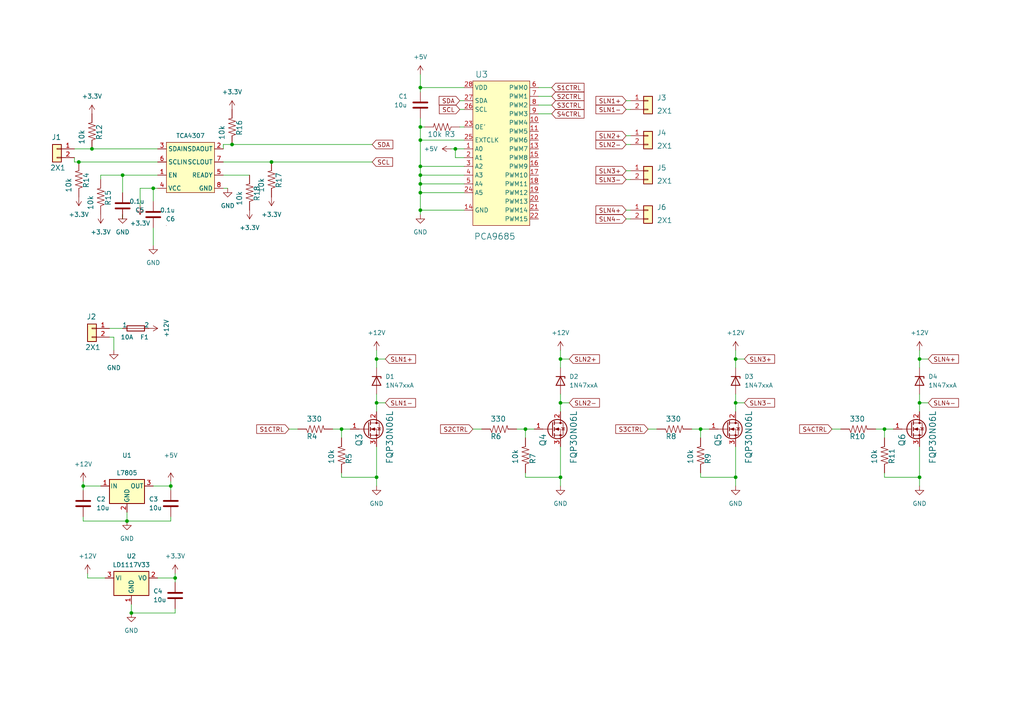
<source format=kicad_sch>
(kicad_sch (version 20250114) (generator "eeschema") (generator_version "9.0")
  (paper "A4")
  (lib_symbols
    (symbol "Connector_Generic:Conn_01x02" (pin_names (offset 1.016) (hide yes))
      (property "Reference" "J" (at 0 2.54 0))
      (property "Value" "Conn_01x02" (at 0 -5.08 0))
      (symbol "Conn_01x02_1_1"
        (rectangle (start -1.27 1.27) (end 1.27 -3.81) (stroke (width 0.254)) (fill (type background)))
        (rectangle (start -1.27 0.127) (end 0 -0.127) (stroke (width 0.1524)))
        (rectangle (start -1.27 -2.413) (end 0 -2.667) (stroke (width 0.1524)))
        (pin passive line (at -5.08 0 0) (length 3.81) (name "Pin_1") (number "1"))
        (pin passive line (at -5.08 -2.54 0) (length 3.81) (name "Pin_2") (number "2"))
      )
    )
    (symbol "Device:C" (pin_numbers (hide yes)) (pin_names (offset 0.254))
      (property "Reference" "C" (at 0.635 2.54 0))
      (property "Value" "C" (at 0.635 -2.54 0))
      (symbol "C_0_1"
        (polyline (pts (xy -2.032 0.762) (xy 2.032 0.762)) (stroke (width 0.508)))
        (polyline (pts (xy -2.032 -0.762) (xy 2.032 -0.762)) (stroke (width 0.508)))
      )
      (symbol "C_1_1"
        (pin passive line (at 0 3.81 270) (length 2.794) (name "~") (number "1"))
        (pin passive line (at 0 -3.81 90) (length 2.794) (name "~") (number "2"))
      )
    )
    (symbol "Device:Fuse" (pin_numbers (hide yes)) (pin_names (offset 0))
      (property "Reference" "F1" (at 2.54 2.54 90))
      (property "Value" "10A" (at 2.54 -2.54 90))
      (symbol "Fuse_0_1"
        (rectangle (start -0.762 -2.54) (end 0.762 2.54) (stroke (width 0.254)))
        (polyline (pts (xy 0 2.54) (xy 0 -2.54)))
      )
      (symbol "Fuse_1_1"
        (pin output line (at 0 3.81 270) (length 1.27) (name "2") (number "2"))
        (pin input line (at 0 -3.81 90) (length 1.27) (name "1") (number "1"))
      )
    )
    (symbol "Diode:1N47xxA" (pin_numbers (hide yes)) (pin_names (hide yes))
      (property "Reference" "D" (at 0 2.54 0))
      (property "Value" "1N47xxA" (at 0 -2.54 0))
      (symbol "1N47xxA_0_1"
        (polyline (pts (xy -1.27 -1.27) (xy -1.27 1.27) (xy -0.762 1.27)) (stroke (width 0.254)))
        (polyline (pts (xy 1.27 0) (xy -1.27 0)))
        (polyline (pts (xy 1.27 -1.27) (xy 1.27 1.27) (xy -1.27 0) (xy 1.27 -1.27)) (stroke (width 0.254)))
      )
      (symbol "1N47xxA_1_1"
        (pin passive line (at -3.81 0 0) (length 2.54) (name "K") (number "1"))
        (pin passive line (at 3.81 0 180) (length 2.54) (name "A") (number "2"))
      )
    )
    (symbol "New_Library:PCA9685"
      (property "Reference" "I2C_PWM_DRIVER1" (at 12.7 1.905 0))
      (property "Value" "PCA9685" (at 7.62 -46.355 0))
      (symbol "PCA9685_0_1"
        (rectangle (start 1.27 -1.27) (end 1.27 -1.27))
        (rectangle (start 1.27 -24.13) (end 1.27 -24.13))
      )
      (symbol "PCA9685_1_1"
        (rectangle (start 1.27 -1.27) (end 17.78 -43.18) (fill (type background)))
        (pin input line (at -1.27 -3.175 0) (length 2.54) (name "VDD") (number "28"))
        (pin input line (at -1.27 -6.985 0) (length 2.54) (name "SDA") (number "27"))
        (pin input line (at -1.27 -9.525 0) (length 2.54) (name "SCL") (number "26"))
        (pin input line (at -1.27 -14.605 0) (length 2.54) (name "OE'") (number "23"))
        (pin input line (at -1.27 -18.415 0) (length 2.54) (name "EXTCLK") (number "25"))
        (pin input line (at -1.27 -20.955 0) (length 2.54) (name "A0") (number "1"))
        (pin input line (at -1.27 -23.495 0) (length 2.54) (name "A1") (number "2"))
        (pin input line (at -1.27 -26.035 0) (length 2.54) (name "A2") (number "3"))
        (pin input line (at -1.27 -28.575 0) (length 2.54) (name "A3") (number "4"))
        (pin input line (at -1.27 -31.115 0) (length 2.54) (name "A4") (number "5"))
        (pin input line (at -1.27 -33.655 0) (length 2.54) (name "A5") (number "24"))
        (pin input line (at -1.27 -38.735 0) (length 2.54) (name "GND") (number "14"))
        (pin input line (at 20.32 -3.175 180) (length 2.54) (name "PWM0") (number "6"))
        (pin input line (at 20.32 -5.715 180) (length 2.54) (name "PWM1") (number "7"))
        (pin output line (at 20.32 -8.255 180) (length 2.54) (name "PWM2") (number "8"))
        (pin output line (at 20.32 -10.795 180) (length 2.54) (name "PWM3") (number "9"))
        (pin input line (at 20.32 -13.335 180) (length 2.54) (name "PWM4") (number "10"))
        (pin input line (at 20.32 -15.875 180) (length 2.54) (name "PWM5") (number "11"))
        (pin input line (at 20.32 -18.415 180) (length 2.54) (name "PWM6") (number "12"))
        (pin input line (at 20.32 -20.955 180) (length 2.54) (name "PWM7") (number "13"))
        (pin input line (at 20.32 -23.495 180) (length 2.54) (name "PWM8") (number "15"))
        (pin input line (at 20.32 -26.035 180) (length 2.54) (name "PWM9") (number "16"))
        (pin input line (at 20.32 -28.575 180) (length 2.54) (name "PWM10") (number "17"))
        (pin input line (at 20.32 -31.115 180) (length 2.54) (name "PWM11") (number "18"))
        (pin input line (at 20.32 -33.655 180) (length 2.54) (name "PWM12") (number "19"))
        (pin input line (at 20.32 -36.195 180) (length 2.54) (name "PWM13") (number "20"))
        (pin input line (at 20.32 -38.735 180) (length 2.54) (name "PWM14") (number "21"))
        (pin input line (at 20.32 -41.275 180) (length 2.54) (name "PWM15") (number "22"))
      )
    )
    (symbol "PowerboardRev5-eagle-import:R-US_R0805" (pin_names (offset 1.016))
      (property "Reference" "R" (at -3.81 1.4986 0))
      (property "Value" "R-US_R0805" (at -3.81 -3.302 0))
      (symbol "R-US_R0805_1_0"
        (polyline (pts (xy -2.54 0) (xy -2.159 1.016)))
        (polyline (pts (xy -2.159 1.016) (xy -1.524 -1.016)))
        (polyline (pts (xy -1.524 -1.016) (xy -0.889 1.016)))
        (polyline (pts (xy -0.889 1.016) (xy -0.254 -1.016)))
        (polyline (pts (xy -0.254 -1.016) (xy 0.381 1.016)))
        (polyline (pts (xy 0.381 1.016) (xy 1.016 -1.016)))
        (polyline (pts (xy 1.016 -1.016) (xy 1.651 1.016)))
        (polyline (pts (xy 1.651 1.016) (xy 2.286 -1.016)))
        (polyline (pts (xy 2.286 -1.016) (xy 2.54 0)))
        (pin passive line (at -5.08 0 0) (length 2.54) (name "1") (number "1"))
        (pin passive line (at 5.08 0 180) (length 2.54) (name "2") (number "2"))
      )
    )
    (symbol "Regulator_Linear:L7805" (pin_names (offset 0.254))
      (property "Reference" "U" (at -3.81 3.175 0))
      (property "Value" "L7805" (at 0 3.175 0))
      (symbol "L7805_0_1"
        (rectangle (start -5.08 1.905) (end 5.08 -5.08) (stroke (width 0.254)) (fill (type background)))
      )
      (symbol "L7805_1_1"
        (pin power_in line (at -7.62 0 0) (length 2.54) (name "IN") (number "1"))
        (pin power_in line (at 0 -7.62 90) (length 2.54) (name "GND") (number "2"))
        (pin power_out line (at 7.62 0 180) (length 2.54) (name "OUT") (number "3"))
      )
    )
    (symbol "Regulator_Linear:LD1117S33TR_SOT223"
      (property "Reference" "U" (at -3.81 3.175 0))
      (property "Value" "LD1117S33TR_SOT223" (at 0 3.175 0))
      (symbol "LD1117S33TR_SOT223_0_1"
        (rectangle (start -5.08 -5.08) (end 5.08 1.905) (stroke (width 0.254)) (fill (type background)))
      )
      (symbol "LD1117S33TR_SOT223_1_1"
        (pin power_in line (at -7.62 0 0) (length 2.54) (name "VI") (number "3"))
        (pin power_in line (at 0 -7.62 90) (length 2.54) (name "GND") (number "1"))
        (pin power_out line (at 7.62 0 180) (length 2.54) (name "VO") (number "2"))
      )
    )
    (symbol "T_1_1"
      (symbol "T_1_1_0_1"
        (rectangle (start -10.16 3.175) (end -10.16 3.175))
        (rectangle (start -10.16 -19.685) (end -10.16 -19.685))
      )
      (symbol "T_1_1_1_1"
        (rectangle (start -10.16 4.445) (end 3.81 -10.16) (fill (type background)))
        (pin input line (at -12.7 2.54 0) (length 2.54) (name "SDAIN") (number "3"))
        (pin input line (at -12.7 -1.27 0) (length 2.54) (name "SCLIN") (number "6"))
        (pin input line (at -12.7 -5.08 0) (length 2.54) (name "EN") (number "1"))
        (pin input line (at -12.7 -8.89 0) (length 2.54) (name "VCC") (number "4"))
        (pin input line (at 6.35 2.54 180) (length 2.54) (name "SDAOUT") (number "2"))
        (pin input line (at 6.35 -1.27 180) (length 2.54) (name "SCLOUT") (number "7"))
        (pin input line (at 6.35 -5.08 180) (length 2.54) (name "READY") (number "5"))
        (pin input line (at 6.35 -8.89 180) (length 2.54) (name "GND") (number "8"))
      )
    )
    (symbol "Transistor_FET:IRLZ34N" (pin_names (hide yes))
      (property "Reference" "Q" (at 6.35 1.905 0))
      (property "Value" "IRLZ34N" (at 6.35 0 0))
      (symbol "IRLZ34N_0_1"
        (polyline (pts (xy 0.254 1.905) (xy 0.254 -1.905)) (stroke (width 0.254)))
        (polyline (pts (xy 0.254 0) (xy -2.54 0)))
        (polyline (pts (xy 0.762 2.286) (xy 0.762 1.27)) (stroke (width 0.254)))
        (polyline (pts (xy 0.762 0.508) (xy 0.762 -0.508)) (stroke (width 0.254)))
        (polyline (pts (xy 0.762 -1.27) (xy 0.762 -2.286)) (stroke (width 0.254)))
        (polyline (pts (xy 0.762 -1.778) (xy 3.302 -1.778) (xy 3.302 1.778) (xy 0.762 1.778)))
        (polyline (pts (xy 1.016 0) (xy 2.032 0.381) (xy 2.032 -0.381) (xy 1.016 0)) (fill (type outline)))
        (circle (center 1.651 0) (radius 2.794) (stroke (width 0.254)))
        (polyline (pts (xy 2.54 2.54) (xy 2.54 1.778)))
        (circle (center 2.54 1.778) (radius 0.254) (fill (type outline)))
        (circle (center 2.54 -1.778) (radius 0.254) (fill (type outline)))
        (polyline (pts (xy 2.54 -2.54) (xy 2.54 0) (xy 0.762 0)))
        (polyline (pts (xy 2.794 0.508) (xy 2.921 0.381) (xy 3.683 0.381) (xy 3.81 0.254)))
        (polyline (pts (xy 3.302 0.381) (xy 2.921 -0.254) (xy 3.683 -0.254) (xy 3.302 0.381)))
      )
      (symbol "IRLZ34N_1_1"
        (pin input line (at -5.08 0 0) (length 2.54) (name "G") (number "1"))
        (pin passive line (at 2.54 5.08 270) (length 2.54) (name "D") (number "2"))
        (pin passive line (at 2.54 -5.08 90) (length 2.54) (name "S") (number "3"))
      )
    )
    (symbol "power:+12V" (power) (pin_names (offset 0))
      (property "Value" "+12V" (at 0 3.556 0))
      (symbol "+12V_0_1"
        (polyline (pts (xy -0.762 1.27) (xy 0 2.54)))
        (polyline (pts (xy 0 2.54) (xy 0.762 1.27)))
        (polyline (pts (xy 0 0) (xy 0 2.54)))
      )
      (symbol "+12V_1_1"
        (pin power_in line (at 0 0 90) (length 0) (hide yes) (name "+12V") (number "1"))
      )
    )
    (symbol "power:+3.3V" (power) (pin_names (offset 0))
      (property "Value" "+3.3V" (at 0 3.556 0))
      (symbol "+3.3V_0_1"
        (polyline (pts (xy -0.762 1.27) (xy 0 2.54)))
        (polyline (pts (xy 0 2.54) (xy 0.762 1.27)))
        (polyline (pts (xy 0 0) (xy 0 2.54)))
      )
      (symbol "+3.3V_1_1"
        (pin power_in line (at 0 0 90) (length 0) (hide yes) (name "+3.3V") (number "1"))
      )
    )
    (symbol "power:+5V" (power) (pin_names (offset 0))
      (property "Value" "+5V" (at 0 3.556 0))
      (symbol "+5V_0_1"
        (polyline (pts (xy -0.762 1.27) (xy 0 2.54)))
        (polyline (pts (xy 0 2.54) (xy 0.762 1.27)))
        (polyline (pts (xy 0 0) (xy 0 2.54)))
      )
      (symbol "+5V_1_1"
        (pin power_in line (at 0 0 90) (length 0) (hide yes) (name "+5V") (number "1"))
      )
    )
    (symbol "power:GND" (power) (pin_names (offset 0))
      (property "Value" "GND" (at 0 -3.81 0))
      (symbol "GND_0_1"
        (polyline (pts (xy 0 0) (xy 0 -1.27) (xy 1.27 -1.27) (xy 0 -2.54) (xy -1.27 -1.27) (xy 0 -1.27)))
      )
      (symbol "GND_1_1"
        (pin power_in line (at 0 0 270) (length 0) (hide yes) (name "GND") (number "1"))
      )
    )
  )
  (junction (at 121.92 50.8))
  (junction (at 99.06 124.46))
  (junction (at 213.36 138.43))
  (junction (at 38.1 177.8))
  (junction (at 162.56 104.14))
  (junction (at 162.56 116.84))
  (junction (at 50.8 167.64))
  (junction (at 203.2 124.46))
  (junction (at 22.86 46.99))
  (junction (at 121.92 60.96))
  (junction (at 152.4 124.46))
  (junction (at 24.13 140.97))
  (junction (at 213.36 104.14))
  (junction (at 266.7 116.84))
  (junction (at 109.22 138.43))
  (junction (at 121.92 48.26))
  (junction (at 121.92 55.88))
  (junction (at 67.31 41.91))
  (junction (at 35.56 50.8))
  (junction (at 109.22 104.14))
  (junction (at 132.08 43.18))
  (junction (at 266.7 138.43))
  (junction (at 109.22 116.84))
  (junction (at 78.74 46.99))
  (junction (at 121.92 25.4))
  (junction (at 266.7 104.14))
  (junction (at 121.92 53.34))
  (junction (at 49.53 140.97))
  (junction (at 256.54 124.46))
  (junction (at 44.45 54.61))
  (junction (at 121.92 36.83))
  (junction (at 26.67 43.18))
  (junction (at 213.36 116.84))
  (junction (at 162.56 138.43))
  (junction (at 121.92 40.64))
  (junction (at 36.83 151.13))
  (wire (pts (xy 133.35 29.21) (xy 134.62 29.21)))
  (wire (pts (xy 181.61 63.5) (xy 182.88 63.5)))
  (wire (pts (xy 266.7 138.43) (xy 266.7 140.97)))
  (wire (pts (xy 40.64 54.61) (xy 44.45 54.61)))
  (wire (pts (xy 109.22 114.3) (xy 109.22 116.84)))
  (wire (pts (xy 24.13 151.13) (xy 24.13 149.86)))
  (wire (pts (xy 162.56 104.14) (xy 165.1 104.14)))
  (wire (pts (xy 109.22 116.84) (xy 109.22 119.38)))
  (wire (pts (xy 152.4 124.46) (xy 154.94 124.46)))
  (wire (pts (xy 162.56 104.14) (xy 162.56 106.68)))
  (wire (pts (xy 213.36 116.84) (xy 213.36 119.38)))
  (wire (pts (xy 256.54 124.46) (xy 256.54 127)))
  (wire (pts (xy 64.77 46.99) (xy 78.74 46.99)))
  (wire (pts (xy 256.54 124.46) (xy 259.08 124.46)))
  (wire (pts (xy 24.13 140.97) (xy 29.21 140.97)))
  (wire (pts (xy 99.06 124.46) (xy 101.6 124.46)))
  (wire (pts (xy 181.61 49.53) (xy 182.88 49.53)))
  (wire (pts (xy 121.92 21.59) (xy 121.92 25.4)))
  (wire (pts (xy 22.86 46.99) (xy 21.59 46.99)))
  (wire (pts (xy 49.53 139.7) (xy 49.53 140.97)))
  (wire (pts (xy 162.56 114.3) (xy 162.56 116.84)))
  (wire (pts (xy 187.96 124.46) (xy 190.5 124.46)))
  (wire (pts (xy 31.75 97.79) (xy 33.02 97.79)))
  (wire (pts (xy 35.56 50.8) (xy 35.56 55.88)))
  (wire (pts (xy 132.08 45.72) (xy 132.08 43.18)))
  (wire (pts (xy 83.82 124.46) (xy 86.36 124.46)))
  (wire (pts (xy 241.3 124.46) (xy 243.84 124.46)))
  (wire (pts (xy 203.2 124.46) (xy 203.2 127)))
  (wire (pts (xy 152.4 138.43) (xy 162.56 138.43)))
  (wire (pts (xy 123.19 36.83) (xy 121.92 36.83)))
  (wire (pts (xy 96.52 124.46) (xy 99.06 124.46)))
  (wire (pts (xy 213.36 104.14) (xy 215.9 104.14)))
  (wire (pts (xy 29.21 50.8) (xy 29.21 52.07)))
  (wire (pts (xy 256.54 137.16) (xy 256.54 138.43)))
  (wire (pts (xy 213.36 138.43) (xy 213.36 129.54)))
  (wire (pts (xy 203.2 137.16) (xy 203.2 138.43)))
  (wire (pts (xy 181.61 60.96) (xy 182.88 60.96)))
  (wire (pts (xy 50.8 166.37) (xy 50.8 167.64)))
  (wire (pts (xy 78.74 46.99) (xy 107.95 46.99)))
  (wire (pts (xy 40.64 59.69) (xy 40.64 54.61)))
  (wire (pts (xy 121.92 53.34) (xy 134.62 53.34)))
  (wire (pts (xy 266.7 116.84) (xy 266.7 119.38)))
  (wire (pts (xy 121.92 53.34) (xy 121.92 55.88)))
  (wire (pts (xy 256.54 138.43) (xy 266.7 138.43)))
  (wire (pts (xy 133.35 31.75) (xy 134.62 31.75)))
  (wire (pts (xy 121.92 40.64) (xy 134.62 40.64)))
  (wire (pts (xy 213.36 116.84) (xy 215.9 116.84)))
  (wire (pts (xy 45.72 50.8) (xy 35.56 50.8)))
  (wire (pts (xy 162.56 138.43) (xy 162.56 140.97)))
  (wire (pts (xy 121.92 50.8) (xy 121.92 53.34)))
  (wire (pts (xy 121.92 40.64) (xy 121.92 48.26)))
  (wire (pts (xy 213.36 104.14) (xy 213.36 106.68)))
  (wire (pts (xy 181.61 39.37) (xy 182.88 39.37)))
  (wire (pts (xy 132.08 43.18) (xy 134.62 43.18)))
  (wire (pts (xy 152.4 137.16) (xy 152.4 138.43)))
  (wire (pts (xy 26.67 43.18) (xy 21.59 43.18)))
  (wire (pts (xy 121.92 55.88) (xy 134.62 55.88)))
  (wire (pts (xy 156.21 33.02) (xy 160.02 33.02)))
  (wire (pts (xy 50.8 167.64) (xy 50.8 168.91)))
  (wire (pts (xy 44.45 140.97) (xy 49.53 140.97)))
  (wire (pts (xy 49.53 140.97) (xy 49.53 142.24)))
  (wire (pts (xy 121.92 48.26) (xy 134.62 48.26)))
  (wire (pts (xy 33.02 97.79) (xy 33.02 101.6)))
  (wire (pts (xy 200.66 124.46) (xy 203.2 124.46)))
  (wire (pts (xy 109.22 104.14) (xy 111.76 104.14)))
  (wire (pts (xy 64.77 41.91) (xy 67.31 41.91)))
  (wire (pts (xy 109.22 101.6) (xy 109.22 104.14)))
  (wire (pts (xy 162.56 116.84) (xy 162.56 119.38)))
  (wire (pts (xy 45.72 46.99) (xy 22.86 46.99)))
  (wire (pts (xy 45.72 43.18) (xy 26.67 43.18)))
  (wire (pts (xy 134.62 50.8) (xy 121.92 50.8)))
  (wire (pts (xy 44.45 54.61) (xy 45.72 54.61)))
  (wire (pts (xy 134.62 45.72) (xy 132.08 45.72)))
  (wire (pts (xy 36.83 148.59) (xy 36.83 151.13)))
  (wire (pts (xy 35.56 95.25) (xy 31.75 95.25)))
  (wire (pts (xy 109.22 116.84) (xy 111.76 116.84)))
  (wire (pts (xy 266.7 114.3) (xy 266.7 116.84)))
  (wire (pts (xy 99.06 124.46) (xy 99.06 127)))
  (wire (pts (xy 64.77 50.8) (xy 72.39 50.8)))
  (wire (pts (xy 213.36 101.6) (xy 213.36 104.14)))
  (wire (pts (xy 133.35 36.83) (xy 134.62 36.83)))
  (wire (pts (xy 181.61 31.75) (xy 182.88 31.75)))
  (wire (pts (xy 203.2 124.46) (xy 205.74 124.46)))
  (wire (pts (xy 64.77 41.91) (xy 64.77 43.18)))
  (wire (pts (xy 35.56 63.5) (xy 35.56 62.23)))
  (wire (pts (xy 64.77 54.61) (xy 66.04 54.61)))
  (wire (pts (xy 156.21 30.48) (xy 160.02 30.48)))
  (wire (pts (xy 162.56 101.6) (xy 162.56 104.14)))
  (wire (pts (xy 67.31 41.91) (xy 107.95 41.91)))
  (wire (pts (xy 254 124.46) (xy 256.54 124.46)))
  (wire (pts (xy 109.22 138.43) (xy 109.22 129.54)))
  (wire (pts (xy 266.7 104.14) (xy 266.7 106.68)))
  (wire (pts (xy 213.36 138.43) (xy 213.36 140.97)))
  (wire (pts (xy 49.53 151.13) (xy 49.53 149.86)))
  (wire (pts (xy 266.7 138.43) (xy 266.7 129.54)))
  (wire (pts (xy 181.61 41.91) (xy 182.88 41.91)))
  (wire (pts (xy 266.7 101.6) (xy 266.7 104.14)))
  (wire (pts (xy 38.1 177.8) (xy 50.8 177.8)))
  (wire (pts (xy 24.13 142.24) (xy 24.13 140.97)))
  (wire (pts (xy 181.61 52.07) (xy 182.88 52.07)))
  (wire (pts (xy 121.92 48.26) (xy 121.92 50.8)))
  (wire (pts (xy 203.2 138.43) (xy 213.36 138.43)))
  (wire (pts (xy 44.45 71.12) (xy 44.45 66.04)))
  (wire (pts (xy 50.8 177.8) (xy 50.8 176.53)))
  (wire (pts (xy 121.92 60.96) (xy 134.62 60.96)))
  (wire (pts (xy 266.7 104.14) (xy 269.24 104.14)))
  (wire (pts (xy 181.61 29.21) (xy 182.88 29.21)))
  (wire (pts (xy 35.56 50.8) (xy 29.21 50.8)))
  (wire (pts (xy 162.56 138.43) (xy 162.56 129.54)))
  (wire (pts (xy 156.21 27.94) (xy 160.02 27.94)))
  (wire (pts (xy 266.7 116.84) (xy 269.24 116.84)))
  (wire (pts (xy 121.92 26.67) (xy 121.92 25.4)))
  (wire (pts (xy 44.45 58.42) (xy 44.45 54.61)))
  (wire (pts (xy 24.13 151.13) (xy 36.83 151.13)))
  (wire (pts (xy 25.4 166.37) (xy 25.4 167.64)))
  (wire (pts (xy 137.16 124.46) (xy 139.7 124.46)))
  (wire (pts (xy 99.06 138.43) (xy 109.22 138.43)))
  (wire (pts (xy 45.72 167.64) (xy 50.8 167.64)))
  (wire (pts (xy 38.1 175.26) (xy 38.1 177.8)))
  (wire (pts (xy 25.4 167.64) (xy 30.48 167.64)))
  (wire (pts (xy 121.92 25.4) (xy 134.62 25.4)))
  (wire (pts (xy 121.92 60.96) (xy 121.92 62.23)))
  (wire (pts (xy 24.13 139.7) (xy 24.13 140.97)))
  (wire (pts (xy 149.86 124.46) (xy 152.4 124.46)))
  (wire (pts (xy 156.21 25.4) (xy 160.02 25.4)))
  (wire (pts (xy 130.81 43.18) (xy 132.08 43.18)))
  (wire (pts (xy 99.06 137.16) (xy 99.06 138.43)))
  (wire (pts (xy 121.92 55.88) (xy 121.92 60.96)))
  (wire (pts (xy 109.22 104.14) (xy 109.22 106.68)))
  (wire (pts (xy 109.22 138.43) (xy 109.22 140.97)))
  (wire (pts (xy 152.4 124.46) (xy 152.4 127)))
  (wire (pts (xy 121.92 34.29) (xy 121.92 36.83)))
  (wire (pts (xy 162.56 116.84) (xy 165.1 116.84)))
  (wire (pts (xy 36.83 151.13) (xy 49.53 151.13)))
  (wire (pts (xy 21.59 46.99) (xy 21.59 45.72)))
  (wire (pts (xy 121.92 36.83) (xy 121.92 40.64)))
  (wire (pts (xy 213.36 114.3) (xy 213.36 116.84)))
  (global_label "SLN4+" (shape input) (at 181.61 60.96 180) (property "Intersheetrefs" "${INTERSHEET_REFS}" (effects (hide yes))))
  (global_label "S3CTRL" (shape input) (at 187.96 124.46 180) (property "Intersheetrefs" "${INTERSHEET_REFS}" (effects (hide yes))))
  (global_label "S2CTRL" (shape input) (at 137.16 124.46 180) (property "Intersheetrefs" "${INTERSHEET_REFS}" (effects (hide yes))))
  (global_label "SDA" (shape input) (at 133.35 29.21 180) (property "Intersheetrefs" "${INTERSHEET_REFS}" (effects (hide yes))))
  (global_label "SLN1-" (shape input) (at 181.61 31.75 180) (property "Intersheetrefs" "${INTERSHEET_REFS}" (effects (hide yes))))
  (global_label "S4CTRL" (shape input) (at 241.3 124.46 180) (property "Intersheetrefs" "${INTERSHEET_REFS}" (effects (hide yes))))
  (global_label "SCL" (shape input) (at 133.35 31.75 180) (property "Intersheetrefs" "${INTERSHEET_REFS}" (effects (hide yes))))
  (global_label "SDA" (shape input) (at 107.95 41.91 0) (property "Intersheetrefs" "${INTERSHEET_REFS}" (effects (hide yes))))
  (global_label "SCL" (shape input) (at 107.95 46.99 0) (property "Intersheetrefs" "${INTERSHEET_REFS}" (effects (hide yes))))
  (global_label "SLN1+" (shape input) (at 181.61 29.21 180) (property "Intersheetrefs" "${INTERSHEET_REFS}" (effects (hide yes))))
  (global_label "SLN2-" (shape input) (at 165.1 116.84 0) (property "Intersheetrefs" "${INTERSHEET_REFS}" (effects (hide yes))))
  (global_label "SLN4-" (shape input) (at 181.61 63.5 180) (property "Intersheetrefs" "${INTERSHEET_REFS}" (effects (hide yes))))
  (global_label "SLN3+" (shape input) (at 215.9 104.14 0) (property "Intersheetrefs" "${INTERSHEET_REFS}" (effects (hide yes))))
  (global_label "SLN3+" (shape input) (at 181.61 49.53 180) (property "Intersheetrefs" "${INTERSHEET_REFS}" (effects (hide yes))))
  (global_label "S4CTRL" (shape input) (at 160.02 33.02 0) (property "Intersheetrefs" "${INTERSHEET_REFS}" (effects (hide yes))))
  (global_label "SLN2+" (shape input) (at 181.61 39.37 180) (property "Intersheetrefs" "${INTERSHEET_REFS}" (effects (hide yes))))
  (global_label "S1CTRL" (shape input) (at 160.02 25.4 0) (property "Intersheetrefs" "${INTERSHEET_REFS}" (effects (hide yes))))
  (global_label "SLN3-" (shape input) (at 215.9 116.84 0) (property "Intersheetrefs" "${INTERSHEET_REFS}" (effects (hide yes))))
  (global_label "SLN1-" (shape input) (at 111.76 116.84 0) (property "Intersheetrefs" "${INTERSHEET_REFS}" (effects (hide yes))))
  (global_label "SLN3-" (shape input) (at 181.61 52.07 180) (property "Intersheetrefs" "${INTERSHEET_REFS}" (effects (hide yes))))
  (global_label "SLN2+" (shape input) (at 165.1 104.14 0) (property "Intersheetrefs" "${INTERSHEET_REFS}" (effects (hide yes))))
  (global_label "S1CTRL" (shape input) (at 83.82 124.46 180) (property "Intersheetrefs" "${INTERSHEET_REFS}" (effects (hide yes))))
  (global_label "SLN4+" (shape input) (at 269.24 104.14 0) (property "Intersheetrefs" "${INTERSHEET_REFS}" (effects (hide yes))))
  (global_label "S3CTRL" (shape input) (at 160.02 30.48 0) (property "Intersheetrefs" "${INTERSHEET_REFS}" (effects (hide yes))))
  (global_label "SLN1+" (shape input) (at 111.76 104.14 0) (property "Intersheetrefs" "${INTERSHEET_REFS}" (effects (hide yes))))
  (global_label "S2CTRL" (shape input) (at 160.02 27.94 0) (property "Intersheetrefs" "${INTERSHEET_REFS}" (effects (hide yes))))
  (global_label "SLN4-" (shape input) (at 269.24 116.84 0) (property "Intersheetrefs" "${INTERSHEET_REFS}" (effects (hide yes))))
  (global_label "SLN2-" (shape input) (at 181.61 41.91 180) (property "Intersheetrefs" "${INTERSHEET_REFS}" (effects (hide yes))))
  (symbol (lib_id "power:+3.3V") (at 67.31 31.75 0) (unit 1)
    (property "Reference" "#PWR031" (effects (hide yes)))
    (property "Value" "+3.3V" (at 67.31 26.67 0))
  )
  (symbol (lib_id "Device:C") (at 50.8 172.72 0) (unit 1)
    (property "Reference" "C4" (at 44.45 171.45 0) (effects (justify left)))
    (property "Value" "10u" (at 44.45 173.99 0) (effects (justify left)))
    (property "Footprint" "Capacitor_THT:CP_Radial_D5.0mm_P2.00mm" (effects (hide yes)))
  )
  (symbol (lib_id "Transistor_FET:IRLZ34N") (at 210.82 124.46 0) (unit 1)
    (property "Reference" "Q5" (at 208.28 129.54 90) (effects (font (size 1.778 1.778)) (justify left)))
    (property "Value" "FQP30N06L" (at 217.17 134.62 90) (effects (font (size 1.778 1.778)) (justify left)))
    (property "Footprint" "Package_TO_SOT_THT:TO-220-3_Vertical" (effects (hide yes)))
    (property "Datasheet" "http://www.infineon.com/dgdl/irlz34npbf.pdf?fileId=5546d462533600a40153567206892720" (effects (hide yes)))
  )
  (symbol (lib_id "PowerboardRev5-eagle-import:R-US_R0805") (at 256.54 132.08 270) (mirror x) (unit 1)
    (property "Reference" "R11" (at 257.81 134.62 0) (effects (font (size 1.4986 1.4986)) (justify left bottom)))
    (property "Value" "10k" (at 252.73 134.62 0) (effects (font (size 1.4986 1.4986)) (justify left bottom)))
    (property "Footprint" "Resistor_SMD:R_0805_2012Metric_Pad1.20x1.40mm_HandSolder" (effects (hide yes)))
  )
  (symbol (lib_id "Transistor_FET:IRLZ34N") (at 160.02 124.46 0) (unit 1)
    (property "Reference" "Q4" (at 157.48 129.54 90) (effects (font (size 1.778 1.778)) (justify left)))
    (property "Value" "FQP30N06L" (at 166.37 134.62 90) (effects (font (size 1.778 1.778)) (justify left)))
    (property "Footprint" "Package_TO_SOT_THT:TO-220-3_Vertical" (effects (hide yes)))
    (property "Datasheet" "http://www.infineon.com/dgdl/irlz34npbf.pdf?fileId=5546d462533600a40153567206892720" (effects (hide yes)))
  )
  (symbol (lib_id "power:+12V") (at 25.4 166.37 0) (unit 1)
    (property "Reference" "#PWR013" (effects (hide yes)))
    (property "Value" "+12V" (at 25.4 161.29 0))
  )
  (symbol (lib_id "Connector_Generic:Conn_01x02") (at 187.96 49.53 0) (unit 1)
    (property "Reference" "J5" (at 190.5 49.53 0) (effects (font (size 1.4986 1.4986)) (justify left bottom)))
    (property "Value" "2X1" (at 190.5 53.34 0) (effects (font (size 1.4986 1.4986)) (justify left bottom)))
    (property "Footprint" "Connector_JST:JST_PH_B2B-PH-K_1x02_P2.00mm_Vertical" (effects (hide yes)))
  )
  (symbol (lib_id "PowerboardRev5-eagle-import:R-US_R0805") (at 91.44 124.46 0) (mirror x) (unit 1)
    (property "Reference" "R4" (at 88.9 125.73 0) (effects (font (size 1.4986 1.4986)) (justify left bottom)))
    (property "Value" "330" (at 88.9 120.65 0) (effects (font (size 1.4986 1.4986)) (justify left bottom)))
    (property "Footprint" "Resistor_SMD:R_0805_2012Metric_Pad1.20x1.40mm_HandSolder" (effects (hide yes)))
  )
  (symbol (lib_id "Connector_Generic:Conn_01x02") (at 187.96 60.96 0) (unit 1)
    (property "Reference" "J6" (at 190.5 60.96 0) (effects (font (size 1.4986 1.4986)) (justify left bottom)))
    (property "Value" "2X1" (at 190.5 64.77 0) (effects (font (size 1.4986 1.4986)) (justify left bottom)))
    (property "Footprint" "Connector_JST:JST_PH_B2B-PH-K_1x02_P2.00mm_Vertical" (effects (hide yes)))
  )
  (symbol (lib_id "PowerboardRev5-eagle-import:R-US_R0805") (at 22.86 52.07 270) (mirror x) (unit 1)
    (property "Reference" "R14" (at 24.13 54.61 0) (effects (font (size 1.4986 1.4986)) (justify left bottom)))
    (property "Value" "10k" (at 19.05 55.88 0) (effects (font (size 1.4986 1.4986)) (justify left bottom)))
    (property "Footprint" "Resistor_SMD:R_0805_2012Metric_Pad1.20x1.40mm_HandSolder" (effects (hide yes)))
  )
  (symbol (lib_id "Regulator_Linear:LD1117S33TR_SOT223") (at 38.1 167.64 0) (unit 1)
    (property "Reference" "U2" (at 38.1 161.29 0))
    (property "Value" "LD1117V33" (at 38.1 163.83 0))
    (property "Footprint" "Package_TO_SOT_THT:TO-220-3_Vertical" (effects (hide yes)))
    (property "Datasheet" "http://www.st.com/st-web-ui/static/active/en/resource/technical/document/datasheet/CD00000544.pdf" (effects (hide yes)))
  )
  (symbol (lib_id "PowerboardRev5-eagle-import:R-US_R0805") (at 128.27 36.83 180) (unit 1)
    (property "Reference" "R3" (at 132.08 38.1 0) (effects (font (size 1.4986 1.4986)) (justify left bottom)))
    (property "Value" "10k" (at 128.27 38.1 0) (effects (font (size 1.4986 1.4986)) (justify left bottom)))
    (property "Footprint" "Resistor_SMD:R_0805_2012Metric_Pad1.20x1.40mm_HandSolder" (effects (hide yes)))
  )
  (symbol (lib_id "power:+12V") (at 109.22 101.6 0) (unit 1)
    (property "Reference" "#PWR06" (effects (hide yes)))
    (property "Value" "+12V" (at 109.22 96.52 0))
  )
  (symbol (lib_id "power:GND") (at 66.04 54.61 0) (unit 1)
    (property "Reference" "#PWR034" (effects (hide yes)))
    (property "Value" "GND" (at 66.04 59.69 0))
  )
  (symbol (lib_id "PowerboardRev5-eagle-import:R-US_R0805") (at 67.31 36.83 270) (mirror x) (unit 1)
    (property "Reference" "R16" (at 68.58 39.37 0) (effects (font (size 1.4986 1.4986)) (justify left bottom)))
    (property "Value" "10k" (at 63.5 40.64 0) (effects (font (size 1.4986 1.4986)) (justify left bottom)))
    (property "Footprint" "Resistor_SMD:R_0805_2012Metric_Pad1.20x1.40mm_HandSolder" (effects (hide yes)))
  )
  (symbol (lib_id "power:+12V") (at 24.13 139.7 0) (unit 1)
    (property "Reference" "#PWR014" (effects (hide yes)))
    (property "Value" "+12V" (at 24.13 134.62 0))
  )
  (symbol (lib_id "power:GND") (at 36.83 151.13 0) (unit 1)
    (property "Reference" "#PWR012" (effects (hide yes)))
    (property "Value" "GND" (at 36.83 156.21 0))
  )
  (symbol (lib_id "PowerboardRev5-eagle-import:R-US_R0805") (at 72.39 55.88 270) (mirror x) (unit 1)
    (property "Reference" "R18" (at 73.66 58.42 0) (effects (font (size 1.4986 1.4986)) (justify left bottom)))
    (property "Value" "10k" (at 68.58 59.69 0) (effects (font (size 1.4986 1.4986)) (justify left bottom)))
    (property "Footprint" "Resistor_SMD:R_0805_2012Metric_Pad1.20x1.40mm_HandSolder" (effects (hide yes)))
  )
  (symbol (lib_id "PowerboardRev5-eagle-import:R-US_R0805") (at 29.21 57.15 270) (mirror x) (unit 1)
    (property "Reference" "R15" (at 30.48 59.69 0) (effects (font (size 1.4986 1.4986)) (justify left bottom)))
    (property "Value" "10k" (at 25.4 60.96 0) (effects (font (size 1.4986 1.4986)) (justify left bottom)))
    (property "Footprint" "Resistor_SMD:R_0805_2012Metric_Pad1.20x1.40mm_HandSolder" (effects (hide yes)))
  )
  (symbol (lib_id "Diode:1N47xxA") (at 162.56 110.49 270) (unit 1)
    (property "Reference" "D2" (at 165.1 109.22 90) (effects (justify left)))
    (property "Value" "1N47xxA" (at 165.1 111.76 90) (effects (justify left)))
    (property "Footprint" "Diode_THT:D_DO-41_SOD81_P10.16mm_Horizontal" (effects (hide yes)))
    (property "Datasheet" "https://www.vishay.com/docs/85816/1n4728a.pdf" (effects (hide yes)))
  )
  (symbol (lib_id "power:+12V") (at 266.7 101.6 0) (unit 1)
    (property "Reference" "#PWR023" (effects (hide yes)))
    (property "Value" "+12V" (at 266.7 96.52 0))
  )
  (symbol (lib_id "power:GND") (at 213.36 140.97 0) (unit 1)
    (property "Reference" "#PWR020" (effects (hide yes)))
    (property "Value" "GND" (at 213.36 146.05 0))
  )
  (symbol (lib_id "power:GND") (at 162.56 140.97 0) (unit 1)
    (property "Reference" "#PWR019" (effects (hide yes)))
    (property "Value" "GND" (at 162.56 146.05 0))
  )
  (symbol (lib_id "power:+3.3V") (at 78.74 57.15 180) (unit 1)
    (property "Reference" "#PWR032" (effects (hide yes)))
    (property "Value" "+3.3V" (at 78.74 62.23 0))
  )
  (symbol (lib_id "power:+5V") (at 121.92 21.59 0) (unit 1)
    (property "Reference" "#PWR05" (effects (hide yes)))
    (property "Value" "+5V" (at 121.92 16.51 0))
  )
  (symbol (lib_id "Connector_Generic:Conn_01x02") (at 26.67 95.25 0) (mirror y) (unit 1)
    (property "Reference" "J2" (at 27.94 92.71 0) (effects (font (size 1.4986 1.4986)) (justify left bottom)))
    (property "Value" "2X1" (at 29.21 101.6 0) (effects (font (size 1.4986 1.4986)) (justify left bottom)))
    (property "Footprint" "Connector_JST:JST_PH_B2B-PH-K_1x02_P2.00mm_Vertical" (effects (hide yes)))
  )
  (symbol (lib_id "power:+12V") (at 213.36 101.6 0) (unit 1)
    (property "Reference" "#PWR022" (effects (hide yes)))
    (property "Value" "+12V" (at 213.36 96.52 0))
  )
  (symbol (lib_id "PowerboardRev5-eagle-import:R-US_R0805") (at 78.74 52.07 270) (mirror x) (unit 1)
    (property "Reference" "R17" (at 80.01 54.61 0) (effects (font (size 1.4986 1.4986)) (justify left bottom)))
    (property "Value" "10k" (at 74.93 55.88 0) (effects (font (size 1.4986 1.4986)) (justify left bottom)))
    (property "Footprint" "Resistor_SMD:R_0805_2012Metric_Pad1.20x1.40mm_HandSolder" (effects (hide yes)))
  )
  (symbol (lib_id "Device:C") (at 49.53 146.05 0) (unit 1)
    (property "Reference" "C3" (at 43.18 144.78 0) (effects (justify left)))
    (property "Value" "10u" (at 43.18 147.32 0) (effects (justify left)))
    (property "Footprint" "Capacitor_THT:CP_Radial_D5.0mm_P2.00mm" (effects (hide yes)))
  )
  (symbol (lib_id "power:+3.3V") (at 22.86 57.15 180) (unit 1)
    (property "Reference" "#PWR027" (effects (hide yes)))
    (property "Value" "+3.3V" (at 22.86 62.23 0))
  )
  (symbol (lib_id "power:+5V") (at 49.53 139.7 0) (unit 1)
    (property "Reference" "#PWR016" (effects (hide yes)))
    (property "Value" "+5V" (at 49.53 132.08 0))
  )
  (symbol (lib_id "power:+5V") (at 40.64 59.69 180) (unit 1)
    (property "Reference" "#PWR025" (effects (hide yes)))
    (property "Value" "+3.3V" (at 40.64 64.77 0))
  )
  (symbol (lib_id "Diode:1N47xxA") (at 213.36 110.49 270) (unit 1)
    (property "Reference" "D3" (at 215.9 109.22 90) (effects (justify left)))
    (property "Value" "1N47xxA" (at 215.9 111.76 90) (effects (justify left)))
    (property "Footprint" "Diode_THT:D_DO-41_SOD81_P10.16mm_Horizontal" (effects (hide yes)))
    (property "Datasheet" "https://www.vishay.com/docs/85816/1n4728a.pdf" (effects (hide yes)))
  )
  (symbol (lib_id "Transistor_FET:IRLZ34N") (at 264.16 124.46 0) (unit 1)
    (property "Reference" "Q6" (at 261.62 129.54 90) (effects (font (size 1.778 1.778)) (justify left)))
    (property "Value" "FQP30N06L" (at 270.51 134.62 90) (effects (font (size 1.778 1.778)) (justify left)))
    (property "Footprint" "Package_TO_SOT_THT:TO-220-3_Vertical" (effects (hide yes)))
    (property "Datasheet" "http://www.infineon.com/dgdl/irlz34npbf.pdf?fileId=5546d462533600a40153567206892720" (effects (hide yes)))
  )
  (symbol (lib_id "PowerboardRev5-eagle-import:R-US_R0805") (at 152.4 132.08 270) (mirror x) (unit 1)
    (property "Reference" "R7" (at 153.67 134.62 0) (effects (font (size 1.4986 1.4986)) (justify left bottom)))
    (property "Value" "10k" (at 148.59 134.62 0) (effects (font (size 1.4986 1.4986)) (justify left bottom)))
    (property "Footprint" "Resistor_SMD:R_0805_2012Metric_Pad1.20x1.40mm_HandSolder" (effects (hide yes)))
  )
  (symbol (lib_id "power:GND") (at 38.1 177.8 0) (unit 1)
    (property "Reference" "#PWR011" (effects (hide yes)))
    (property "Value" "GND" (at 38.1 182.88 0))
  )
  (symbol (lib_id "Device:C") (at 121.92 30.48 0) (unit 1)
    (property "Reference" "C1" (at 115.57 27.94 0) (effects (justify left)))
    (property "Value" "10u" (at 114.3 30.48 0) (effects (justify left)))
    (property "Footprint" "Capacitor_THT:CP_Radial_D5.0mm_P2.00mm" (effects (hide yes)))
  )
  (symbol (lib_id "PowerboardRev5-eagle-import:R-US_R0805") (at 26.67 38.1 270) (mirror x) (unit 1)
    (property "Reference" "R12" (at 27.94 40.64 0) (effects (font (size 1.4986 1.4986)) (justify left bottom)))
    (property "Value" "10k" (at 22.86 41.91 0) (effects (font (size 1.4986 1.4986)) (justify left bottom)))
    (property "Footprint" "Resistor_SMD:R_0805_2012Metric_Pad1.20x1.40mm_HandSolder" (effects (hide yes)))
  )
  (symbol (lib_id "power:+3.3V") (at 26.67 33.02 0) (unit 1)
    (property "Reference" "#PWR026" (effects (hide yes)))
    (property "Value" "+3.3V" (at 26.67 27.94 0))
  )
  (symbol (lib_id "power:GND") (at 121.92 62.23 0) (unit 1)
    (property "Reference" "#PWR09" (effects (hide yes)))
    (property "Value" "GND" (at 121.92 67.31 0))
  )
  (symbol (lib_id "Diode:1N47xxA") (at 266.7 110.49 270) (unit 1)
    (property "Reference" "D4" (at 269.24 109.22 90) (effects (justify left)))
    (property "Value" "1N47xxA" (at 269.24 111.76 90) (effects (justify left)))
    (property "Footprint" "Diode_THT:D_DO-41_SOD81_P10.16mm_Horizontal" (effects (hide yes)))
    (property "Datasheet" "https://www.vishay.com/docs/85816/1n4728a.pdf" (effects (hide yes)))
  )
  (symbol (lib_id "PowerboardRev5-eagle-import:R-US_R0805") (at 248.92 124.46 0) (mirror x) (unit 1)
    (property "Reference" "R10" (at 246.38 125.73 0) (effects (font (size 1.4986 1.4986)) (justify left bottom)))
    (property "Value" "330" (at 246.38 120.65 0) (effects (font (size 1.4986 1.4986)) (justify left bottom)))
    (property "Footprint" "Resistor_SMD:R_0805_2012Metric_Pad1.20x1.40mm_HandSolder" (effects (hide yes)))
  )
  (symbol (lib_id "Connector_Generic:Conn_01x02") (at 16.51 43.18 0) (mirror y) (unit 1)
    (property "Reference" "J1" (at 17.78 40.64 0) (effects (font (size 1.4986 1.4986)) (justify left bottom)))
    (property "Value" "2X1" (at 19.05 49.53 0) (effects (font (size 1.4986 1.4986)) (justify left bottom)))
    (property "Footprint" "Connector_JST:JST_PH_B2B-PH-K_1x02_P2.00mm_Vertical" (effects (hide yes)))
  )
  (symbol (lib_id "Connector_Generic:Conn_01x02") (at 187.96 29.21 0) (unit 1)
    (property "Reference" "J3" (at 190.5 29.21 0) (effects (font (size 1.4986 1.4986)) (justify left bottom)))
    (property "Value" "2X1" (at 190.5 33.02 0) (effects (font (size 1.4986 1.4986)) (justify left bottom)))
    (property "Footprint" "Connector_JST:JST_PH_B2B-PH-K_1x02_P2.00mm_Vertical" (effects (hide yes)))
  )
  (symbol (lib_id "Device:C") (at 35.56 59.69 180) (unit 1)
    (property "Reference" "C5" (at 41.91 60.96 0) (effects (justify left)))
    (property "Value" "0.1u" (at 41.91 58.42 0) (effects (justify left)))
    (property "Footprint" "Capacitor_THT:CP_Radial_D5.0mm_P2.00mm" (effects (hide yes)))
  )
  (symbol (lib_id "power:+12V") (at 162.56 101.6 0) (unit 1)
    (property "Reference" "#PWR08" (effects (hide yes)))
    (property "Value" "+12V" (at 162.56 96.52 0))
  )
  (symbol (lib_id "PowerboardRev5-eagle-import:R-US_R0805") (at 203.2 132.08 270) (mirror x) (unit 1)
    (property "Reference" "R9" (at 204.47 134.62 0) (effects (font (size 1.4986 1.4986)) (justify left bottom)))
    (property "Value" "10k" (at 199.39 134.62 0) (effects (font (size 1.4986 1.4986)) (justify left bottom)))
    (property "Footprint" "Resistor_SMD:R_0805_2012Metric_Pad1.20x1.40mm_HandSolder" (effects (hide yes)))
  )
  (symbol (lib_id "power:+12V") (at 43.18 95.25 270) (unit 1)
    (property "Reference" "#PWR07" (effects (hide yes)))
    (property "Value" "+12V" (at 48.26 95.25 0))
  )
  (symbol (lib_id "power:+5V") (at 130.81 43.18 90) (unit 1)
    (property "Reference" "#PWR010" (effects (hide yes)))
    (property "Value" "+5V" (at 127 43.18 90) (effects (justify left)))
  )
  (symbol (lib_id "Device:Fuse") (at 39.37 95.25 270) (unit 1)
    (property "Reference" "F1" (at 41.91 97.79 90))
    (property "Value" "10A" (at 36.83 97.79 90))
    (property "Footprint" "Fuse:Fuse_1206_3216Metric" (effects (hide yes)))
  )
  (symbol (lib_id "Device:C") (at 24.13 146.05 0) (unit 1)
    (property "Reference" "C2" (at 27.94 144.78 0) (effects (justify left)))
    (property "Value" "10u" (at 27.94 147.32 0) (effects (justify left)))
    (property "Footprint" "Capacitor_THT:CP_Radial_D5.0mm_P2.00mm" (effects (hide yes)))
  )
  (symbol (lib_id "power:+3.3V") (at 50.8 166.37 0) (unit 1)
    (property "Reference" "#PWR015" (effects (hide yes)))
    (property "Value" "+3.3V" (at 50.8 161.29 0))
  )
  (symbol (lib_id "PowerboardRev5-eagle-import:R-US_R0805") (at 195.58 124.46 0) (mirror x) (unit 1)
    (property "Reference" "R8" (at 193.04 125.73 0) (effects (font (size 1.4986 1.4986)) (justify left bottom)))
    (property "Value" "330" (at 193.04 120.65 0) (effects (font (size 1.4986 1.4986)) (justify left bottom)))
    (property "Footprint" "Resistor_SMD:R_0805_2012Metric_Pad1.20x1.40mm_HandSolder" (effects (hide yes)))
  )
  (symbol (lib_id "power:GND") (at 35.56 62.23 0) (unit 1)
    (property "Reference" "#PWR029" (effects (hide yes)))
    (property "Value" "GND" (at 35.56 67.31 0))
  )
  (symbol (lib_id "Transistor_FET:IRLZ34N") (at 106.68 124.46 0) (unit 1)
    (property "Reference" "Q3" (at 104.14 129.54 90) (effects (font (size 1.778 1.778)) (justify left)))
    (property "Value" "FQP30N06L" (at 113.03 134.62 90) (effects (font (size 1.778 1.778)) (justify left)))
    (property "Footprint" "Package_TO_SOT_THT:TO-220-3_Vertical" (effects (hide yes)))
    (property "Datasheet" "http://www.infineon.com/dgdl/irlz34npbf.pdf?fileId=5546d462533600a40153567206892720" (effects (hide yes)))
  )
  (symbol (lib_id "PowerboardRev5-eagle-import:R-US_R0805") (at 99.06 132.08 270) (mirror x) (unit 1)
    (property "Reference" "R5" (at 100.33 134.62 0) (effects (font (size 1.4986 1.4986)) (justify left bottom)))
    (property "Value" "10k" (at 95.25 134.62 0) (effects (font (size 1.4986 1.4986)) (justify left bottom)))
    (property "Footprint" "Resistor_SMD:R_0805_2012Metric_Pad1.20x1.40mm_HandSolder" (effects (hide yes)))
  )
  (symbol (lib_id "power:GND") (at 109.22 140.97 0) (unit 1)
    (property "Reference" "#PWR018" (effects (hide yes)))
    (property "Value" "GND" (at 109.22 146.05 0))
  )
  (symbol (lib_id "power:+3.3V") (at 72.39 60.96 180) (unit 1)
    (property "Reference" "#PWR033" (effects (hide yes)))
    (property "Value" "+3.3V" (at 72.39 66.04 0))
  )
  (symbol (lib_id "Device:C") (at 44.45 62.23 180) (unit 1)
    (property "Reference" "C6" (at 50.8 63.5 0) (effects (justify left)))
    (property "Value" "0.1u" (at 50.8 60.96 0) (effects (justify left)))
    (property "Footprint" "Capacitor_THT:CP_Radial_D5.0mm_P2.00mm" (effects (hide yes)))
  )
  (symbol (lib_id "PowerboardRev5-eagle-import:R-US_R0805") (at 144.78 124.46 0) (mirror x) (unit 1)
    (property "Reference" "R6" (at 142.24 125.73 0) (effects (font (size 1.4986 1.4986)) (justify left bottom)))
    (property "Value" "330" (at 142.24 120.65 0) (effects (font (size 1.4986 1.4986)) (justify left bottom)))
    (property "Footprint" "Resistor_SMD:R_0805_2012Metric_Pad1.20x1.40mm_HandSolder" (effects (hide yes)))
  )
  (symbol (lib_id "Connector_Generic:Conn_01x02") (at 187.96 39.37 0) (unit 1)
    (property "Reference" "J4" (at 190.5 39.37 0) (effects (font (size 1.4986 1.4986)) (justify left bottom)))
    (property "Value" "2X1" (at 190.5 43.18 0) (effects (font (size 1.4986 1.4986)) (justify left bottom)))
    (property "Footprint" "Connector_JST:JST_PH_B2B-PH-K_1x02_P2.00mm_Vertical" (effects (hide yes)))
  )
  (symbol (lib_id "Regulator_Linear:L7805") (at 36.83 140.97 0) (unit 1)
    (property "Reference" "U1" (at 36.83 132.08 0))
    (property "Value" "L7805" (at 36.83 137.16 0))
    (property "Footprint" "Package_TO_SOT_THT:TO-220-3_Vertical" (effects (hide yes)))
    (property "Datasheet" "http://www.st.com/content/ccc/resource/technical/document/datasheet/41/4f/b3/b0/12/d4/47/88/CD00000444.pdf/files/CD00000444.pdf/jcr:content/translations/en.CD00000444.pdf" (effects (hide yes)))
  )
  (symbol (lib_id "New_Library:PCA9685") (at 135.89 22.225 0) (unit 1)
    (property "Reference" "U3" (at 139.7 21.59 0) (effects (font (size 1.778 1.778))))
    (property "Value" "PCA9685" (at 143.51 68.58 0) (effects (font (size 1.778 1.778))))
    (property "Footprint" "Package_SO:TSSOP-28_4.4x9.7mm_P0.65mm" (effects (hide yes)))
  )
  (symbol (lib_id "power:GND") (at 33.02 101.6 0) (unit 1)
    (property "Reference" "#PWR017" (effects (hide yes)))
    (property "Value" "GND" (at 33.02 106.68 0))
  )
  (symbol (lib_id "Diode:1N47xxA") (at 109.22 110.49 270) (unit 1)
    (property "Reference" "D1" (at 111.76 109.22 90) (effects (justify left)))
    (property "Value" "1N47xxA" (at 111.76 111.76 90) (effects (justify left)))
    (property "Footprint" "Diode_THT:D_DO-41_SOD81_P10.16mm_Horizontal" (effects (hide yes)))
    (property "Datasheet" "https://www.vishay.com/docs/85816/1n4728a.pdf" (effects (hide yes)))
  )
  (symbol (lib_name "T_1_1") (lib_id "I2C_Buffer:T_1") (at 58.42 45.72 0) (unit 1)
    (property "Reference" "U5" (effects (hide yes)))
    (property "Value" "TCA4307" (at 55.245 39.37 0))
    (property "Footprint" "TCA4307:SOP65P490X110-8N" (effects (hide yes)))
    (property "Datasheet" "https://cdn-learn.adafruit.com/assets/assets/000/103/421/original/tca4307.pdf?1626362917" (effects (hide yes)))
  )
  (symbol (lib_id "power:+3.3V") (at 29.21 62.23 180) (unit 1)
    (property "Reference" "#PWR028" (effects (hide yes)))
    (property "Value" "+3.3V" (at 29.21 67.31 0))
  )
  (symbol (lib_id "power:GND") (at 44.45 71.12 0) (unit 1)
    (property "Reference" "#PWR030" (effects (hide yes)))
    (property "Value" "GND" (at 44.45 76.2 0))
  )
  (symbol (lib_id "power:GND") (at 266.7 140.97 0) (unit 1)
    (property "Reference" "#PWR021" (effects (hide yes)))
    (property "Value" "GND" (at 266.7 146.05 0))
  )
)
</source>
